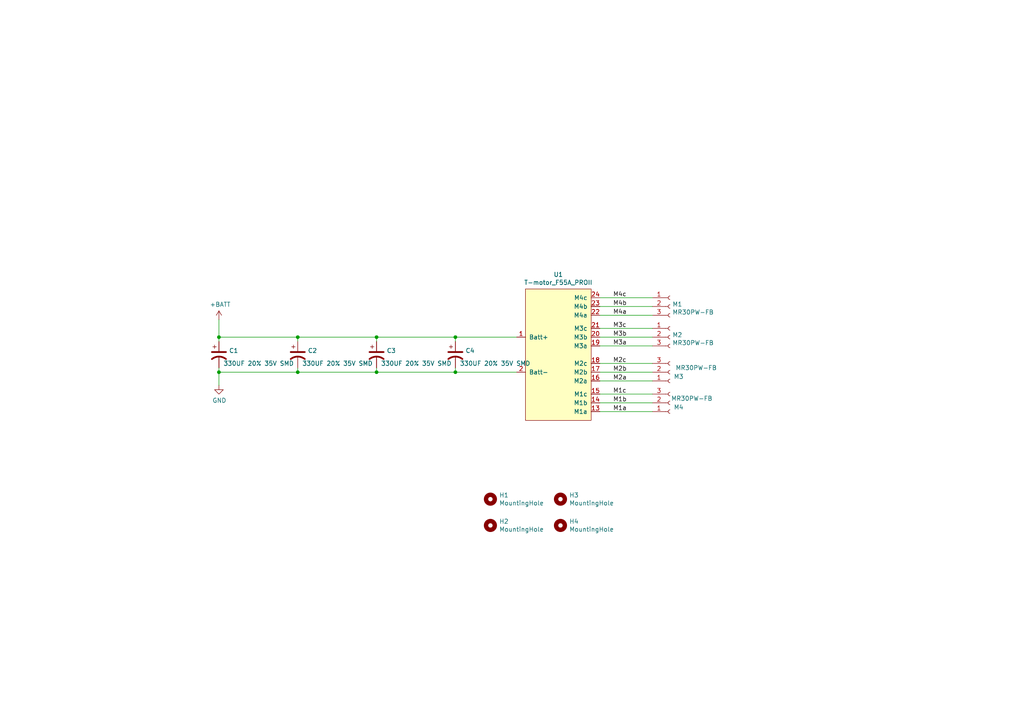
<source format=kicad_sch>
(kicad_sch (version 20231120) (generator "eeschema") (generator_version "8.0")
  (paper "A4")
  (lib_symbols
    (symbol "Mechanical:MountingHole" (pin_names (offset 1.016))
      (property "Reference" "H" (at 0 5.08 0))
      (property "Value" "MountingHole" (at 0 3.175 0))
      (symbol "MountingHole_0_1"
        (circle (center 0 0) (radius 1.27) (stroke (width 1.27)))
      )
    )
    (symbol "SAM4_Mainboard-rescue:+BATT-power" (power) (pin_names (offset 0))
      (property "Value" "power_+BATT" (at 0 3.556 0))
      (symbol "+BATT-power_0_1"
        (polyline (pts (xy -0.762 1.27) (xy 0 2.54)))
        (polyline (pts (xy 0 0) (xy 0 2.54)))
        (polyline (pts (xy 0 2.54) (xy 0.762 1.27)))
      )
      (symbol "+BATT-power_1_1"
        (pin power_in line (at 0 0 90) (length 0) hide (name "+BATT") (number "1"))
      )
    )
    (symbol "SAM4_Mainboard-rescue:CP1-Device" (pin_numbers hide) (pin_names (offset 0.254) hide)
      (property "Reference" "C" (at 0.635 2.54 0))
      (property "Value" "Device_CP1" (at 0.635 -2.54 0))
      (symbol "CP1-Device_0_1"
        (polyline (pts (xy -2.032 0.762) (xy 2.032 0.762)) (stroke (width 0.508)))
        (polyline (pts (xy -1.778 2.286) (xy -0.762 2.286)))
        (polyline (pts (xy -1.27 1.778) (xy -1.27 2.794)))
        (arc (start 2.032 -1.27) (mid 0 -0.5572) (end -2.032 -1.27) (stroke (width 0.508)))
      )
      (symbol "CP1-Device_1_1"
        (pin passive line (at 0 3.81 270) (length 2.794) (name "~") (number "1"))
        (pin passive line (at 0 -3.81 90) (length 3.302) (name "~") (number "2"))
      )
    )
    (symbol "SAM4_Mainboard-rescue:GND-power" (power) (pin_names (offset 0))
      (property "Value" "power_GND" (at 0 -3.81 0))
      (symbol "GND-power_0_1"
        (polyline (pts (xy 0 0) (xy 0 -1.27) (xy 1.27 -1.27) (xy 0 -2.54) (xy -1.27 -1.27) (xy 0 -1.27)))
      )
      (symbol "GND-power_1_1"
        (pin power_in line (at 0 0 270) (length 0) hide (name "GND") (number "1"))
      )
    )
    (symbol "SAM4_Mainboard-rescue:MR30PW-FB-P2_PowerSystem-rescue" (pin_names (offset 1.016) hide)
      (property "Reference" "J" (at 0 5.08 0))
      (property "Value" "MR30PW-FB-P2_PowerSystem-rescue" (at 0 -5.08 0))
      (property "Description" "https://www.tme.com/us/en-us/details/mr30pw-fb/dc-power-connectors/amass/" (at 0 0 0))
      (symbol "MR30PW-FB-P2_PowerSystem-rescue_1_1"
        (arc (start 0 -2.032) (mid -0.508 -2.54) (end 0 -3.048) (stroke (width 0.1524)))
        (polyline (pts (xy -1.27 -2.54) (xy -0.508 -2.54)) (stroke (width 0.1524)))
        (polyline (pts (xy -1.27 0) (xy -0.508 0)) (stroke (width 0.1524)))
        (polyline (pts (xy -1.27 2.54) (xy -0.508 2.54)) (stroke (width 0.1524)))
        (arc (start 0 0.508) (mid -0.508 0) (end 0 -0.508) (stroke (width 0.1524)))
        (arc (start 0 3.048) (mid -0.508 2.54) (end 0 2.032) (stroke (width 0.1524)))
        (pin passive line (at -5.08 2.54 0) (length 3.81) (name "Pin_1") (number "1"))
        (pin passive line (at -5.08 0 0) (length 3.81) (name "Pin_2") (number "2"))
        (pin passive line (at -5.08 -2.54 0) (length 3.81) (name "Pin_3") (number "3"))
      )
    )
    (symbol "SAM4_Mainboard-rescue:T-motor_F55A_PROII-P2_PowerSystem-rescue" (pin_names (offset 1.016))
      (property "Reference" "U" (at 0 22.86 0))
      (property "Value" "T-motor_F55A_PROII-P2_PowerSystem-rescue" (at 0 20.32 0))
      (symbol "T-motor_F55A_PROII-P2_PowerSystem-rescue_0_1"
        (rectangle (start -8.89 19.05) (end 10.16 -19.05) (fill (type background)))
      )
      (symbol "T-motor_F55A_PROII-P2_PowerSystem-rescue_1_1"
        (pin input line (at -11.43 5.08 0) (length 2.54) (name "Batt+") (number "1"))
        (pin output line (at 12.7 -16.51 180) (length 2.54) (name "M1a") (number "13"))
        (pin output line (at 12.7 -13.97 180) (length 2.54) (name "M1b") (number "14"))
        (pin output line (at 12.7 -11.43 180) (length 2.54) (name "M1c") (number "15"))
        (pin output line (at 12.7 -7.62 180) (length 2.54) (name "M2a") (number "16"))
        (pin output line (at 12.7 -5.08 180) (length 2.54) (name "M2b") (number "17"))
        (pin output line (at 12.7 -2.54 180) (length 2.54) (name "M2c") (number "18"))
        (pin output line (at 12.7 2.54 180) (length 2.54) (name "M3a") (number "19"))
        (pin input line (at -11.43 -5.08 0) (length 2.54) (name "Batt-") (number "2"))
        (pin output line (at 12.7 5.08 180) (length 2.54) (name "M3b") (number "20"))
        (pin output line (at 12.7 7.62 180) (length 2.54) (name "M3c") (number "21"))
        (pin output line (at 12.7 11.43 180) (length 2.54) (name "M4a") (number "22"))
        (pin output line (at 12.7 13.97 180) (length 2.54) (name "M4b") (number "23"))
        (pin output line (at 12.7 16.51 180) (length 2.54) (name "M4c") (number "24"))
      )
    )
  )
  (junction (at 63.5 97.79))
  (junction (at 63.5 107.95))
  (junction (at 86.36 107.95))
  (junction (at 109.22 107.95))
  (junction (at 86.36 97.79))
  (junction (at 109.22 97.79))
  (junction (at 132.08 97.79))
  (junction (at 132.08 107.95))
  (wire (pts (xy 173.99 88.9) (xy 189.23 88.9)))
  (wire (pts (xy 173.99 100.33) (xy 189.23 100.33)))
  (wire (pts (xy 86.36 97.79) (xy 63.5 97.79)))
  (wire (pts (xy 173.99 114.3) (xy 189.23 114.3)))
  (wire (pts (xy 132.08 107.95) (xy 109.22 107.95)))
  (wire (pts (xy 86.36 107.95) (xy 109.22 107.95)))
  (wire (pts (xy 149.86 97.79) (xy 132.08 97.79)))
  (wire (pts (xy 132.08 97.79) (xy 109.22 97.79)))
  (wire (pts (xy 63.5 92.71) (xy 63.5 97.79)))
  (wire (pts (xy 173.99 116.84) (xy 189.23 116.84)))
  (wire (pts (xy 173.99 91.44) (xy 189.23 91.44)))
  (wire (pts (xy 63.5 107.95) (xy 86.36 107.95)))
  (wire (pts (xy 173.99 86.36) (xy 189.23 86.36)))
  (wire (pts (xy 173.99 119.38) (xy 189.23 119.38)))
  (wire (pts (xy 173.99 110.49) (xy 189.23 110.49)))
  (wire (pts (xy 109.22 97.79) (xy 109.22 99.06)))
  (wire (pts (xy 63.5 97.79) (xy 63.5 99.06)))
  (wire (pts (xy 149.86 107.95) (xy 132.08 107.95)))
  (wire (pts (xy 63.5 111.76) (xy 63.5 107.95)))
  (wire (pts (xy 63.5 106.68) (xy 63.5 107.95)))
  (wire (pts (xy 109.22 107.95) (xy 109.22 106.68)))
  (wire (pts (xy 86.36 106.68) (xy 86.36 107.95)))
  (wire (pts (xy 132.08 107.95) (xy 132.08 106.68)))
  (wire (pts (xy 132.08 99.06) (xy 132.08 97.79)))
  (wire (pts (xy 173.99 107.95) (xy 189.23 107.95)))
  (wire (pts (xy 109.22 97.79) (xy 86.36 97.79)))
  (wire (pts (xy 173.99 105.41) (xy 189.23 105.41)))
  (wire (pts (xy 173.99 97.79) (xy 189.23 97.79)))
  (wire (pts (xy 173.99 95.25) (xy 189.23 95.25)))
  (wire (pts (xy 86.36 99.06) (xy 86.36 97.79)))
  (label "M4a" (at 177.8 91.44 0))
  (label "M4b" (at 177.8 88.9 0))
  (label "M3b" (at 177.8 97.79 0))
  (label "M3a" (at 177.8 100.33 0))
  (label "M2a" (at 177.8 110.49 0))
  (label "M1b" (at 177.8 116.84 0))
  (label "M4c" (at 177.8 86.36 0))
  (label "M3c" (at 177.8 95.25 0))
  (label "M2b" (at 177.8 107.95 0))
  (label "M1a" (at 177.8 119.38 0))
  (label "M2c" (at 177.8 105.41 0))
  (label "M1c" (at 177.8 114.3 0))
  (symbol (lib_id "Mechanical:MountingHole") (at 142.24 152.4 0) (unit 1)
    (property "Reference" "H2" (at 144.78 151.2316 0) (effects (justify left)))
    (property "Value" "MountingHole" (at 144.78 153.543 0) (effects (justify left)))
    (property "Footprint" "MountingHole:MountingHole_3.2mm_M3_DIN965_Pad" (effects (hide yes)))
  )
  (symbol (lib_id "SAM4_Mainboard-rescue:+BATT-power") (at 63.5 92.71 0) (unit 1)
    (property "Reference" "#PWR03" (effects (hide yes)))
    (property "Value" "+BATT" (at 63.881 88.3158 0))
  )
  (symbol (lib_id "SAM4_Mainboard-rescue:CP1-Device") (at 63.5 102.87 0) (unit 1)
    (property "Reference" "C1" (at 66.421 101.7016 0) (effects (justify left)))
    (property "Value" "330UF 20% 35V SMD" (at 64.77 105.41 0) (effects (justify left)))
    (property "Footprint" "Capacitor_SMD:CP_Elec_10x10" (effects (hide yes)))
    (property "Description" "R2-300-B-7" (effects (hide yes)))
  )
  (symbol (lib_id "SAM4_Mainboard-rescue:MR30PW-FB-P2_PowerSystem-rescue") (at 194.31 88.9 0) (unit 1)
    (property "Reference" "M1" (at 195.0212 88.2396 0) (effects (justify left)))
    (property "Value" "MR30PW-FB" (at 195.0212 90.551 0) (effects (justify left)))
    (property "Footprint" "SAM4_Mainboard:AMASS_MR30PW-FB_1x03_P3.50mm_Horizontal" (effects (hide yes)))
    (property "Datasheet" "https://www.tme.com/Document/5e47640ba39fa492dbd4c0f4c8ae7b93/MR30PW%20SPEC.pdf" (effects (hide yes)))
    (property "Description" "https://www.tme.com/us/en-us/details/mr30pw-fb/dc-power-connectors/amass/" (effects (hide yes)))
    (property "Location" "EB2-3045-box1-15" (effects (hide yes)))
  )
  (symbol (lib_id "SAM4_Mainboard-rescue:GND-power") (at 63.5 111.76 0) (unit 1)
    (property "Reference" "#PWR04" (effects (hide yes)))
    (property "Value" "GND" (at 63.627 116.1542 0))
  )
  (symbol (lib_id "SAM4_Mainboard-rescue:CP1-Device") (at 86.36 102.87 0) (unit 1)
    (property "Reference" "C2" (at 89.281 101.7016 0) (effects (justify left)))
    (property "Value" "330UF 20% 35V SMD" (at 87.63 105.41 0) (effects (justify left)))
    (property "Footprint" "Capacitor_SMD:CP_Elec_10x10" (effects (hide yes)))
    (property "Description" "R2-300-B-7" (effects (hide yes)))
  )
  (symbol (lib_id "Mechanical:MountingHole") (at 162.56 144.78 0) (unit 1)
    (property "Reference" "H3" (at 165.1 143.6116 0) (effects (justify left)))
    (property "Value" "MountingHole" (at 165.1 145.923 0) (effects (justify left)))
    (property "Footprint" "MountingHole:MountingHole_3.2mm_M3_DIN965_Pad" (effects (hide yes)))
  )
  (symbol (lib_id "SAM4_Mainboard-rescue:MR30PW-FB-P2_PowerSystem-rescue") (at 194.31 107.95 0) (mirror x) (unit 1)
    (property "Reference" "M3" (at 196.85 109.22 0))
    (property "Value" "MR30PW-FB" (at 201.93 106.68 0))
    (property "Footprint" "SAM4_Mainboard:AMASS_MR30PW-FB_1x03_P3.50mm_Horizontal" (effects (hide yes)))
    (property "Datasheet" "https://www.tme.com/Document/5e47640ba39fa492dbd4c0f4c8ae7b93/MR30PW%20SPEC.pdf" (effects (hide yes)))
    (property "Description" "https://www.tme.com/us/en-us/details/mr30pw-fb/dc-power-connectors/amass/" (effects (hide yes)))
    (property "Location" "EB2-3045-box1-15" (effects (hide yes)))
  )
  (symbol (lib_id "SAM4_Mainboard-rescue:CP1-Device") (at 132.08 102.87 0) (unit 1)
    (property "Reference" "C4" (at 135.001 101.7016 0) (effects (justify left)))
    (property "Value" "330UF 20% 35V SMD" (at 133.35 105.41 0) (effects (justify left)))
    (property "Footprint" "Capacitor_SMD:CP_Elec_10x10" (effects (hide yes)))
    (property "Description" "R2-300-B-7" (effects (hide yes)))
  )
  (symbol (lib_id "Mechanical:MountingHole") (at 162.56 152.4 0) (unit 1)
    (property "Reference" "H4" (at 165.1 151.2316 0) (effects (justify left)))
    (property "Value" "MountingHole" (at 165.1 153.543 0) (effects (justify left)))
    (property "Footprint" "MountingHole:MountingHole_3.2mm_M3_DIN965_Pad" (effects (hide yes)))
  )
  (symbol (lib_id "SAM4_Mainboard-rescue:MR30PW-FB-P2_PowerSystem-rescue") (at 194.31 116.84 0) (mirror x) (unit 1)
    (property "Reference" "M4" (at 196.85 118.11 0))
    (property "Value" "MR30PW-FB" (at 200.66 115.57 0))
    (property "Footprint" "SAM4_Mainboard:AMASS_MR30PW-FB_1x03_P3.50mm_Horizontal" (effects (hide yes)))
    (property "Datasheet" "https://www.tme.com/Document/5e47640ba39fa492dbd4c0f4c8ae7b93/MR30PW%20SPEC.pdf" (effects (hide yes)))
    (property "Description" "https://www.tme.com/us/en-us/details/mr30pw-fb/dc-power-connectors/amass/" (effects (hide yes)))
    (property "Location" "EB2-3045-box1-15" (effects (hide yes)))
  )
  (symbol (lib_id "SAM4_Mainboard-rescue:MR30PW-FB-P2_PowerSystem-rescue") (at 194.31 97.79 0) (unit 1)
    (property "Reference" "M2" (at 195.0212 97.1296 0) (effects (justify left)))
    (property "Value" "MR30PW-FB" (at 195.0212 99.441 0) (effects (justify left)))
    (property "Footprint" "SAM4_Mainboard:AMASS_MR30PW-FB_1x03_P3.50mm_Horizontal" (effects (hide yes)))
    (property "Datasheet" "https://www.tme.com/Document/5e47640ba39fa492dbd4c0f4c8ae7b93/MR30PW%20SPEC.pdf" (effects (hide yes)))
    (property "Description" "https://www.tme.com/us/en-us/details/mr30pw-fb/dc-power-connectors/amass/" (effects (hide yes)))
    (property "Location" "EB2-3045-box1-15" (effects (hide yes)))
  )
  (symbol (lib_id "SAM4_Mainboard-rescue:T-motor_F55A_PROII-P2_PowerSystem-rescue") (at 161.29 102.87 0) (unit 1)
    (property "Reference" "U1" (at 161.925 79.629 0))
    (property "Value" "T-motor_F55A_PROII" (at 161.925 81.9404 0))
    (property "Footprint" "SAM4_Mainboard:T-motor_55A_ESC" (effects (hide yes)))
    (property "Description" "R2-300-A-18" (effects (hide yes)))
  )
  (symbol (lib_id "Mechanical:MountingHole") (at 142.24 144.78 0) (unit 1)
    (property "Reference" "H1" (at 144.78 143.6116 0) (effects (justify left)))
    (property "Value" "MountingHole" (at 144.78 145.923 0) (effects (justify left)))
    (property "Footprint" "MountingHole:MountingHole_3.2mm_M3_DIN965_Pad" (effects (hide yes)))
  )
  (symbol (lib_id "SAM4_Mainboard-rescue:CP1-Device") (at 109.22 102.87 0) (unit 1)
    (property "Reference" "C3" (at 112.141 101.7016 0) (effects (justify left)))
    (property "Value" "330UF 20% 35V SMD" (at 110.49 105.41 0) (effects (justify left)))
    (property "Footprint" "Capacitor_SMD:CP_Elec_10x10" (effects (hide yes)))
    (property "Description" "R2-300-B-7" (effects (hide yes)))
  )
)
</source>
